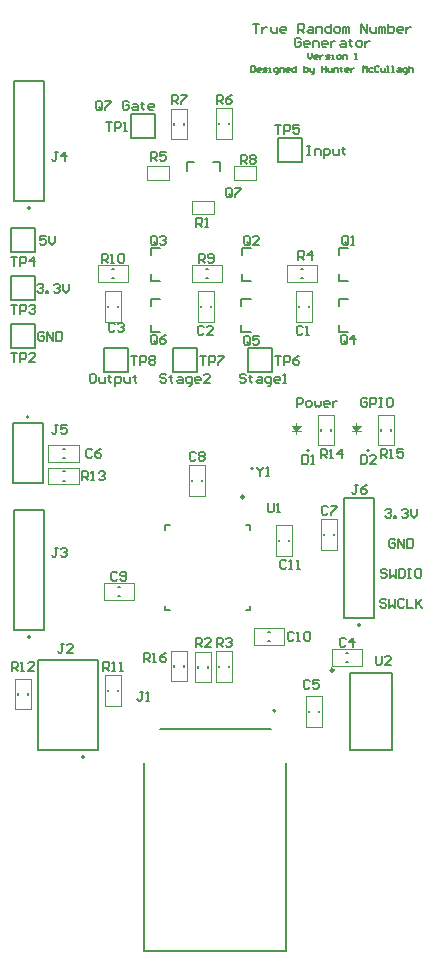
<source format=gto>
G04*
G04 #@! TF.GenerationSoftware,Altium Limited,Altium Designer,25.3.3 (18)*
G04*
G04 Layer_Color=65535*
%FSLAX25Y25*%
%MOIN*%
G70*
G04*
G04 #@! TF.SameCoordinates,C02AA0BD-ED60-40AF-A0AC-FC32A95D580F*
G04*
G04*
G04 #@! TF.FilePolarity,Positive*
G04*
G01*
G75*
%ADD10C,0.00787*%
%ADD11C,0.00984*%
%ADD12C,0.00500*%
%ADD13C,0.00300*%
%ADD14C,0.00800*%
%ADD15C,0.00200*%
G36*
X97000Y110547D02*
X98500Y112047D01*
X95500D01*
X96250Y111297D01*
X95500Y112047D01*
X96250Y111297D01*
X97000Y110547D01*
D02*
G37*
G36*
X117000Y110500D02*
X118500Y112000D01*
X115500D01*
X116250Y111250D01*
X115500Y112000D01*
X116250Y111250D01*
X117000Y110500D01*
D02*
G37*
D10*
X121394Y103913D02*
G03*
X121394Y103913I-394J0D01*
G01*
X101394Y103961D02*
G03*
X101394Y103961I-394J0D01*
G01*
X90079Y17221D02*
G03*
X90079Y17221I-394J0D01*
G01*
X79748Y88543D02*
G03*
X79748Y88543I-591J0D01*
G01*
X82693Y97929D02*
G03*
X82693Y97929I-394J0D01*
G01*
X26394Y1795D02*
G03*
X26394Y1795I-394J0D01*
G01*
X8394Y41795D02*
G03*
X8394Y41795I-394J0D01*
G01*
Y184795D02*
G03*
X8394Y184795I-394J0D01*
G01*
X118394Y45795D02*
G03*
X118394Y45795I-394J0D01*
G01*
X7894Y115205D02*
G03*
X7894Y115205I-394J0D01*
G01*
X51496Y11315D02*
X88504D01*
X46378Y-62701D02*
X93622D01*
Y-102D01*
X46378Y-62701D02*
Y-102D01*
X115100Y4195D02*
Y29805D01*
Y4195D02*
X128900D01*
Y29805D01*
X115100D02*
X128900D01*
D11*
X109520Y30779D02*
G03*
X109520Y30779I-492J0D01*
G01*
D12*
X81000Y130000D02*
Y138000D01*
X89000Y130000D02*
Y138000D01*
X81000D02*
X89000D01*
X81000Y130000D02*
X89000D01*
X71425Y31685D02*
Y32315D01*
X74575Y31685D02*
Y32315D01*
X64425Y31539D02*
Y32169D01*
X67575Y31539D02*
Y32169D01*
X34425Y151685D02*
Y152315D01*
X37575Y151685D02*
Y152315D01*
X35685Y161425D02*
X36315D01*
X35685Y164575D02*
X36315D01*
X98685Y161425D02*
X99315D01*
X98685Y164575D02*
X99315D01*
X71425Y212685D02*
Y213315D01*
X74575Y212685D02*
Y213315D01*
X59575Y212539D02*
Y213169D01*
X56425Y212539D02*
Y213169D01*
X66976Y161425D02*
X67606D01*
X66976Y164575D02*
X67606D01*
X42000Y208000D02*
X50000D01*
X42000Y216000D02*
X50000D01*
Y208000D02*
Y216000D01*
X42000Y208000D02*
Y216000D01*
X91000Y200000D02*
X99000D01*
X91000Y208000D02*
X99000D01*
Y200000D02*
Y208000D01*
X91000Y200000D02*
Y208000D01*
X56000Y130000D02*
X64000D01*
X56000Y138000D02*
X64000D01*
Y130000D02*
Y138000D01*
X56000Y130000D02*
Y138000D01*
X33000Y130000D02*
X41000D01*
X33000Y138000D02*
X41000D01*
Y130000D02*
Y138000D01*
X33000Y130000D02*
Y138000D01*
X98047Y151685D02*
Y152315D01*
X101197Y151685D02*
Y152315D01*
X65425Y151685D02*
Y152315D01*
X68575Y151685D02*
Y152315D01*
X81717Y50748D02*
Y52284D01*
X80181Y50748D02*
X81717D01*
X53370D02*
X54905D01*
X53370D02*
Y52284D01*
Y77559D02*
Y79094D01*
X54905D01*
X80181D02*
X81717D01*
Y77559D02*
Y79094D01*
X113685Y36575D02*
X114315D01*
X113685Y33425D02*
X114315D01*
X104575Y16685D02*
Y17315D01*
X101425Y16685D02*
Y17315D01*
X19185Y101425D02*
X19815D01*
X19185Y104575D02*
X19815D01*
X106425Y75685D02*
Y76315D01*
X109575Y75685D02*
Y76315D01*
X65575Y93685D02*
Y94315D01*
X62425Y93685D02*
Y94315D01*
X37685Y58575D02*
X38315D01*
X37685Y55425D02*
X38315D01*
X87685Y40425D02*
X88315D01*
X87685Y43575D02*
X88315D01*
X91425Y73685D02*
Y74315D01*
X94575Y73685D02*
Y74315D01*
X37575Y23685D02*
Y24315D01*
X34425Y23685D02*
Y24315D01*
X4425Y22539D02*
Y23169D01*
X7575Y22539D02*
Y23169D01*
X19185Y97075D02*
X19815D01*
X19185Y93925D02*
X19815D01*
X105425Y110539D02*
Y111169D01*
X108575Y110539D02*
Y111169D01*
X125425Y110539D02*
Y111169D01*
X128575Y110539D02*
Y111169D01*
X59575Y31831D02*
Y32461D01*
X56425Y31831D02*
Y32461D01*
X2000Y138000D02*
X10000D01*
X2000Y146000D02*
X10000D01*
Y138000D02*
Y146000D01*
X2000Y138000D02*
Y146000D01*
Y154000D02*
X10000D01*
X2000Y162000D02*
X10000D01*
Y154000D02*
Y162000D01*
X2000Y154000D02*
Y162000D01*
Y170000D02*
X10000D01*
X2000Y178000D02*
X10000D01*
Y170000D02*
Y178000D01*
X2000Y170000D02*
Y178000D01*
X11000Y4000D02*
X31000D01*
Y34000D01*
X11000D02*
X31000D01*
X11000Y4000D02*
Y34000D01*
X3000Y44000D02*
X13000D01*
Y84000D01*
X3000D02*
X13000D01*
X3000Y44000D02*
Y84000D01*
Y187000D02*
X13000D01*
Y227000D01*
X3000D02*
X13000D01*
X3000Y187000D02*
Y227000D01*
X113000Y48000D02*
X123000D01*
Y88000D01*
X113000D02*
X123000D01*
X113000Y48000D02*
Y88000D01*
X2500Y113000D02*
X12500D01*
X2500Y93000D02*
Y113000D01*
Y93000D02*
X12500D01*
Y113000D01*
X130001Y73999D02*
X129501Y74499D01*
X128501D01*
X128001Y73999D01*
Y72000D01*
X128501Y71500D01*
X129501D01*
X130001Y72000D01*
Y73000D01*
X129001D01*
X131000Y71500D02*
Y74499D01*
X133000Y71500D01*
Y74499D01*
X133999D02*
Y71500D01*
X135499D01*
X135999Y72000D01*
Y73999D01*
X135499Y74499D01*
X133999D01*
X29752Y129499D02*
X28752D01*
X28253Y128999D01*
Y126999D01*
X28752Y126500D01*
X29752D01*
X30252Y126999D01*
Y128999D01*
X29752Y129499D01*
X31251Y128499D02*
Y126999D01*
X31751Y126500D01*
X33251D01*
Y128499D01*
X34750Y128999D02*
Y128499D01*
X34251D01*
X35250D01*
X34750D01*
Y126999D01*
X35250Y126500D01*
X36750Y125500D02*
Y128499D01*
X38249D01*
X38749Y127999D01*
Y126999D01*
X38249Y126500D01*
X36750D01*
X39749Y128499D02*
Y126999D01*
X40249Y126500D01*
X41748D01*
Y128499D01*
X43248Y128999D02*
Y128499D01*
X42748D01*
X43747D01*
X43248D01*
Y126999D01*
X43747Y126500D01*
X120751Y120999D02*
X120251Y121499D01*
X119252D01*
X118752Y120999D01*
Y119000D01*
X119252Y118500D01*
X120251D01*
X120751Y119000D01*
Y120000D01*
X119751D01*
X121751Y118500D02*
Y121499D01*
X123250D01*
X123750Y120999D01*
Y120000D01*
X123250Y119500D01*
X121751D01*
X124750Y121499D02*
X125749D01*
X125250D01*
Y118500D01*
X124750D01*
X125749D01*
X128749Y121499D02*
X127749D01*
X127249Y120999D01*
Y119000D01*
X127749Y118500D01*
X128749D01*
X129248Y119000D01*
Y120999D01*
X128749Y121499D01*
X13001Y142999D02*
X12501Y143499D01*
X11501D01*
X11001Y142999D01*
Y141000D01*
X11501Y140500D01*
X12501D01*
X13001Y141000D01*
Y141999D01*
X12001D01*
X14000Y140500D02*
Y143499D01*
X16000Y140500D01*
Y143499D01*
X16999D02*
Y140500D01*
X18499D01*
X18999Y141000D01*
Y142999D01*
X18499Y143499D01*
X16999D01*
X127252Y63999D02*
X126752Y64499D01*
X125752D01*
X125252Y63999D01*
Y63499D01*
X125752Y62999D01*
X126752D01*
X127252Y62500D01*
Y62000D01*
X126752Y61500D01*
X125752D01*
X125252Y62000D01*
X128251Y64499D02*
Y61500D01*
X129251Y62500D01*
X130251Y61500D01*
Y64499D01*
X131250D02*
Y61500D01*
X132750D01*
X133250Y62000D01*
Y63999D01*
X132750Y64499D01*
X131250D01*
X134249D02*
X135249D01*
X134749D01*
Y61500D01*
X134249D01*
X135249D01*
X138248Y64499D02*
X137248D01*
X136749Y63999D01*
Y62000D01*
X137248Y61500D01*
X138248D01*
X138748Y62000D01*
Y63999D01*
X138248Y64499D01*
X80252Y128999D02*
X79752Y129499D01*
X78752D01*
X78253Y128999D01*
Y128499D01*
X78752Y127999D01*
X79752D01*
X80252Y127499D01*
Y126999D01*
X79752Y126500D01*
X78752D01*
X78253Y126999D01*
X81751Y128999D02*
Y128499D01*
X81252D01*
X82251D01*
X81751D01*
Y126999D01*
X82251Y126500D01*
X84251Y128499D02*
X85250D01*
X85750Y127999D01*
Y126500D01*
X84251D01*
X83751Y126999D01*
X84251Y127499D01*
X85750D01*
X87749Y125500D02*
X88249D01*
X88749Y126000D01*
Y128499D01*
X87250D01*
X86750Y127999D01*
Y126999D01*
X87250Y126500D01*
X88749D01*
X91248D02*
X90249D01*
X89749Y126999D01*
Y127999D01*
X90249Y128499D01*
X91248D01*
X91748Y127999D01*
Y127499D01*
X89749D01*
X92748Y126500D02*
X93748D01*
X93248D01*
Y129499D01*
X92748Y128999D01*
X82758Y246298D02*
X84758D01*
X83758D01*
Y243299D01*
X85757Y245298D02*
Y243299D01*
Y244299D01*
X86257Y244798D01*
X86757Y245298D01*
X87257D01*
X88757D02*
Y243799D01*
X89256Y243299D01*
X90756D01*
Y245298D01*
X93255Y243299D02*
X92255D01*
X91756Y243799D01*
Y244798D01*
X92255Y245298D01*
X93255D01*
X93755Y244798D01*
Y244299D01*
X91756D01*
X97754Y243299D02*
Y246298D01*
X99253D01*
X99753Y245798D01*
Y244798D01*
X99253Y244299D01*
X97754D01*
X98753D02*
X99753Y243299D01*
X101252Y245298D02*
X102252D01*
X102752Y244798D01*
Y243299D01*
X101252D01*
X100753Y243799D01*
X101252Y244299D01*
X102752D01*
X103752Y243299D02*
Y245298D01*
X105251D01*
X105751Y244798D01*
Y243299D01*
X108750Y246298D02*
Y243299D01*
X107251D01*
X106751Y243799D01*
Y244798D01*
X107251Y245298D01*
X108750D01*
X110250Y243299D02*
X111249D01*
X111749Y243799D01*
Y244798D01*
X111249Y245298D01*
X110250D01*
X109750Y244798D01*
Y243799D01*
X110250Y243299D01*
X112749D02*
Y245298D01*
X113249D01*
X113749Y244798D01*
Y243299D01*
Y244798D01*
X114248Y245298D01*
X114748Y244798D01*
Y243299D01*
X118747D02*
Y246298D01*
X120746Y243299D01*
Y246298D01*
X121746Y245298D02*
Y243799D01*
X122246Y243299D01*
X123745D01*
Y245298D01*
X124745Y243299D02*
Y245298D01*
X125245D01*
X125745Y244798D01*
Y243299D01*
Y244798D01*
X126244Y245298D01*
X126744Y244798D01*
Y243299D01*
X127744Y246298D02*
Y243299D01*
X129244D01*
X129743Y243799D01*
Y244299D01*
Y244798D01*
X129244Y245298D01*
X127744D01*
X132243Y243299D02*
X131243D01*
X130743Y243799D01*
Y244798D01*
X131243Y245298D01*
X132243D01*
X132742Y244798D01*
Y244299D01*
X130743D01*
X133742Y245298D02*
Y243299D01*
Y244299D01*
X134242Y244798D01*
X134742Y245298D01*
X135241D01*
X98503Y240999D02*
X98004Y241499D01*
X97004D01*
X96504Y240999D01*
Y239000D01*
X97004Y238500D01*
X98004D01*
X98503Y239000D01*
Y240000D01*
X97504D01*
X101003Y238500D02*
X100003D01*
X99503Y239000D01*
Y240000D01*
X100003Y240499D01*
X101003D01*
X101502Y240000D01*
Y239500D01*
X99503D01*
X102502Y238500D02*
Y240499D01*
X104002D01*
X104501Y240000D01*
Y238500D01*
X107001D02*
X106001D01*
X105501Y239000D01*
Y240000D01*
X106001Y240499D01*
X107001D01*
X107501Y240000D01*
Y239500D01*
X105501D01*
X108500Y240499D02*
Y238500D01*
Y239500D01*
X109000Y240000D01*
X109500Y240499D01*
X110000D01*
X111999D02*
X112999D01*
X113498Y240000D01*
Y238500D01*
X111999D01*
X111499Y239000D01*
X111999Y239500D01*
X113498D01*
X114998Y240999D02*
Y240499D01*
X114498D01*
X115498D01*
X114998D01*
Y239000D01*
X115498Y238500D01*
X117497D02*
X118497D01*
X118997Y239000D01*
Y240000D01*
X118497Y240499D01*
X117497D01*
X116997Y240000D01*
Y239000D01*
X117497Y238500D01*
X119996Y240499D02*
Y238500D01*
Y239500D01*
X120496Y240000D01*
X120996Y240499D01*
X121496D01*
X100836Y236499D02*
Y235166D01*
X101502Y234500D01*
X102169Y235166D01*
Y236499D01*
X103835Y234500D02*
X103169D01*
X102835Y234833D01*
Y235500D01*
X103169Y235833D01*
X103835D01*
X104168Y235500D01*
Y235166D01*
X102835D01*
X104835Y235833D02*
Y234500D01*
Y235166D01*
X105168Y235500D01*
X105501Y235833D01*
X105834D01*
X106834Y234500D02*
X107834D01*
X108167Y234833D01*
X107834Y235166D01*
X107167D01*
X106834Y235500D01*
X107167Y235833D01*
X108167D01*
X108833Y234500D02*
X109500D01*
X109167D01*
Y235833D01*
X108833D01*
X110833Y234500D02*
X111499D01*
X111832Y234833D01*
Y235500D01*
X111499Y235833D01*
X110833D01*
X110500Y235500D01*
Y234833D01*
X110833Y234500D01*
X112499D02*
Y235833D01*
X113499D01*
X113832Y235500D01*
Y234500D01*
X116498D02*
X117164D01*
X116831D01*
Y236499D01*
X116498Y236166D01*
X82009Y232166D02*
Y230166D01*
X83008D01*
X83342Y230500D01*
Y231833D01*
X83008Y232166D01*
X82009D01*
X85008Y230166D02*
X84341D01*
X84008Y230500D01*
Y231166D01*
X84341Y231499D01*
X85008D01*
X85341Y231166D01*
Y230833D01*
X84008D01*
X86007Y230166D02*
X87007D01*
X87340Y230500D01*
X87007Y230833D01*
X86341D01*
X86007Y231166D01*
X86341Y231499D01*
X87340D01*
X88007Y230166D02*
X88673D01*
X88340D01*
Y231499D01*
X88007D01*
X90339Y229500D02*
X90673D01*
X91006Y229833D01*
Y231499D01*
X90006D01*
X89673Y231166D01*
Y230500D01*
X90006Y230166D01*
X91006D01*
X91672D02*
Y231499D01*
X92672D01*
X93005Y231166D01*
Y230166D01*
X94671D02*
X94005D01*
X93672Y230500D01*
Y231166D01*
X94005Y231499D01*
X94671D01*
X95004Y231166D01*
Y230833D01*
X93672D01*
X97004Y232166D02*
Y230166D01*
X96004D01*
X95671Y230500D01*
Y231166D01*
X96004Y231499D01*
X97004D01*
X99670Y232166D02*
Y230166D01*
X100669D01*
X101003Y230500D01*
Y230833D01*
Y231166D01*
X100669Y231499D01*
X99670D01*
X101669D02*
Y230500D01*
X102002Y230166D01*
X103002D01*
Y229833D01*
X102669Y229500D01*
X102336D01*
X103002Y230166D02*
Y231499D01*
X105668Y232166D02*
Y230166D01*
Y231166D01*
X107001D01*
Y232166D01*
Y230166D01*
X107667Y231499D02*
Y230500D01*
X108000Y230166D01*
X109000D01*
Y231499D01*
X109667Y230166D02*
Y231499D01*
X110666D01*
X110999Y231166D01*
Y230166D01*
X111999Y231833D02*
Y231499D01*
X111666D01*
X112332D01*
X111999D01*
Y230500D01*
X112332Y230166D01*
X114332D02*
X113665D01*
X113332Y230500D01*
Y231166D01*
X113665Y231499D01*
X114332D01*
X114665Y231166D01*
Y230833D01*
X113332D01*
X115331Y231499D02*
Y230166D01*
Y230833D01*
X115665Y231166D01*
X115998Y231499D01*
X116331D01*
X119330Y230166D02*
Y232166D01*
X119996Y231499D01*
X120663Y232166D01*
Y230166D01*
X122662Y231499D02*
X121663D01*
X121329Y231166D01*
Y230500D01*
X121663Y230166D01*
X122662D01*
X124662Y231833D02*
X124328Y232166D01*
X123662D01*
X123329Y231833D01*
Y230500D01*
X123662Y230166D01*
X124328D01*
X124662Y230500D01*
X125328Y231499D02*
Y230500D01*
X125661Y230166D01*
X126661D01*
Y231499D01*
X127327Y230166D02*
X127994D01*
X127661D01*
Y232166D01*
X127327D01*
X128993Y230166D02*
X129660D01*
X129327D01*
Y232166D01*
X128993D01*
X130993Y231499D02*
X131659D01*
X131992Y231166D01*
Y230166D01*
X130993D01*
X130660Y230500D01*
X130993Y230833D01*
X131992D01*
X133325Y229500D02*
X133659D01*
X133992Y229833D01*
Y231499D01*
X132992D01*
X132659Y231166D01*
Y230500D01*
X132992Y230166D01*
X133992D01*
X134658Y232166D02*
Y230166D01*
Y231166D01*
X134992Y231499D01*
X135658D01*
X135991Y231166D01*
Y230166D01*
X126752Y83999D02*
X127252Y84499D01*
X128251D01*
X128751Y83999D01*
Y83499D01*
X128251Y82999D01*
X127751D01*
X128251D01*
X128751Y82500D01*
Y82000D01*
X128251Y81500D01*
X127252D01*
X126752Y82000D01*
X129751Y81500D02*
Y82000D01*
X130251D01*
Y81500D01*
X129751D01*
X132250Y83999D02*
X132750Y84499D01*
X133749D01*
X134249Y83999D01*
Y83499D01*
X133749Y82999D01*
X133250D01*
X133749D01*
X134249Y82500D01*
Y82000D01*
X133749Y81500D01*
X132750D01*
X132250Y82000D01*
X135249Y84499D02*
Y82500D01*
X136249Y81500D01*
X137248Y82500D01*
Y84499D01*
X100752Y205499D02*
X101752D01*
X101252D01*
Y202500D01*
X100752D01*
X101752D01*
X103251D02*
Y204499D01*
X104751D01*
X105251Y203999D01*
Y202500D01*
X106250Y201500D02*
Y204499D01*
X107750D01*
X108250Y203999D01*
Y202999D01*
X107750Y202500D01*
X106250D01*
X109249Y204499D02*
Y202999D01*
X109749Y202500D01*
X111249D01*
Y204499D01*
X112748Y204999D02*
Y204499D01*
X112248D01*
X113248D01*
X112748D01*
Y202999D01*
X113248Y202500D01*
X10752Y158999D02*
X11252Y159499D01*
X12251D01*
X12751Y158999D01*
Y158499D01*
X12251Y158000D01*
X11751D01*
X12251D01*
X12751Y157500D01*
Y157000D01*
X12251Y156500D01*
X11252D01*
X10752Y157000D01*
X13751Y156500D02*
Y157000D01*
X14251D01*
Y156500D01*
X13751D01*
X16250Y158999D02*
X16750Y159499D01*
X17749D01*
X18249Y158999D01*
Y158499D01*
X17749Y158000D01*
X17250D01*
X17749D01*
X18249Y157500D01*
Y157000D01*
X17749Y156500D01*
X16750D01*
X16250Y157000D01*
X19249Y159499D02*
Y157500D01*
X20249Y156500D01*
X21248Y157500D01*
Y159499D01*
X53752Y128999D02*
X53252Y129499D01*
X52253D01*
X51753Y128999D01*
Y128499D01*
X52253Y127999D01*
X53252D01*
X53752Y127499D01*
Y126999D01*
X53252Y126500D01*
X52253D01*
X51753Y126999D01*
X55251Y128999D02*
Y128499D01*
X54752D01*
X55751D01*
X55251D01*
Y126999D01*
X55751Y126500D01*
X57751Y128499D02*
X58750D01*
X59250Y127999D01*
Y126500D01*
X57751D01*
X57251Y126999D01*
X57751Y127499D01*
X59250D01*
X61250Y125500D02*
X61749D01*
X62249Y126000D01*
Y128499D01*
X60750D01*
X60250Y127999D01*
Y126999D01*
X60750Y126500D01*
X62249D01*
X64749D02*
X63749D01*
X63249Y126999D01*
Y127999D01*
X63749Y128499D01*
X64749D01*
X65248Y127999D01*
Y127499D01*
X63249D01*
X68247Y126500D02*
X66248D01*
X68247Y128499D01*
Y128999D01*
X67747Y129499D01*
X66748D01*
X66248Y128999D01*
X97252Y118500D02*
Y121499D01*
X98752D01*
X99252Y120999D01*
Y120000D01*
X98752Y119500D01*
X97252D01*
X100751Y118500D02*
X101751D01*
X102251Y119000D01*
Y120000D01*
X101751Y120499D01*
X100751D01*
X100251Y120000D01*
Y119000D01*
X100751Y118500D01*
X103250Y120499D02*
Y119000D01*
X103750Y118500D01*
X104250Y119000D01*
X104750Y118500D01*
X105250Y119000D01*
Y120499D01*
X107749Y118500D02*
X106749D01*
X106249Y119000D01*
Y120000D01*
X106749Y120499D01*
X107749D01*
X108249Y120000D01*
Y119500D01*
X106249D01*
X109248Y120499D02*
Y118500D01*
Y119500D01*
X109748Y120000D01*
X110248Y120499D01*
X110748D01*
X32252Y218000D02*
Y219999D01*
X31753Y220499D01*
X30753D01*
X30253Y219999D01*
Y218000D01*
X30753Y217500D01*
X31753D01*
X31253Y218500D02*
X32252Y217500D01*
X31753D02*
X32252Y218000D01*
X33252Y220499D02*
X35252D01*
Y219999D01*
X33252Y218000D01*
Y217500D01*
X41250Y219999D02*
X40750Y220499D01*
X39750D01*
X39250Y219999D01*
Y218000D01*
X39750Y217500D01*
X40750D01*
X41250Y218000D01*
Y219000D01*
X40250D01*
X42749Y219499D02*
X43749D01*
X44249Y219000D01*
Y217500D01*
X42749D01*
X42249Y218000D01*
X42749Y218500D01*
X44249D01*
X45748Y219999D02*
Y219499D01*
X45248D01*
X46248D01*
X45748D01*
Y218000D01*
X46248Y217500D01*
X49247D02*
X48247D01*
X47747Y218000D01*
Y219000D01*
X48247Y219499D01*
X49247D01*
X49747Y219000D01*
Y218500D01*
X47747D01*
X13500Y175499D02*
X11501D01*
Y174000D01*
X12501Y174499D01*
X13000D01*
X13500Y174000D01*
Y173000D01*
X13000Y172500D01*
X12001D01*
X11501Y173000D01*
X14500Y175499D02*
Y173500D01*
X15499Y172500D01*
X16499Y173500D01*
Y175499D01*
X127002Y53999D02*
X126502Y54499D01*
X125502D01*
X125002Y53999D01*
Y53499D01*
X125502Y53000D01*
X126502D01*
X127002Y52500D01*
Y52000D01*
X126502Y51500D01*
X125502D01*
X125002Y52000D01*
X128001Y54499D02*
Y51500D01*
X129001Y52500D01*
X130001Y51500D01*
Y54499D01*
X133000Y53999D02*
X132500Y54499D01*
X131500D01*
X131000Y53999D01*
Y52000D01*
X131500Y51500D01*
X132500D01*
X133000Y52000D01*
X133999Y54499D02*
Y51500D01*
X135999D01*
X136998Y54499D02*
Y51500D01*
Y52500D01*
X138998Y54499D01*
X137498Y53000D01*
X138998Y51500D01*
X118501Y102499D02*
Y99501D01*
X120000D01*
X120500Y100000D01*
Y102000D01*
X120000Y102499D01*
X118501D01*
X123499Y99501D02*
X121500D01*
X123499Y101500D01*
Y102000D01*
X122999Y102499D01*
X122000D01*
X121500Y102000D01*
X99001Y102499D02*
Y99501D01*
X100500D01*
X101000Y100000D01*
Y102000D01*
X100500Y102499D01*
X99001D01*
X102000Y99501D02*
X102999D01*
X102499D01*
Y102499D01*
X102000Y102000D01*
X36500Y146000D02*
X36000Y146500D01*
X35001D01*
X34501Y146000D01*
Y144000D01*
X35001Y143500D01*
X36000D01*
X36500Y144000D01*
X37500Y146000D02*
X38000Y146500D01*
X38999D01*
X39499Y146000D01*
Y145500D01*
X38999Y145000D01*
X38500D01*
X38999D01*
X39499Y144500D01*
Y144000D01*
X38999Y143500D01*
X38000D01*
X37500Y144000D01*
X66209Y145000D02*
X65709Y145500D01*
X64709D01*
X64210Y145000D01*
Y143000D01*
X64709Y142500D01*
X65709D01*
X66209Y143000D01*
X69208Y142500D02*
X67208D01*
X69208Y144500D01*
Y145000D01*
X68708Y145500D01*
X67708D01*
X67208Y145000D01*
X99291D02*
X98791Y145500D01*
X97792D01*
X97292Y145000D01*
Y143000D01*
X97792Y142500D01*
X98791D01*
X99291Y143000D01*
X100291Y142500D02*
X101291D01*
X100791D01*
Y145500D01*
X100291Y145000D01*
X84001Y98500D02*
Y98000D01*
X85000Y97000D01*
X86000Y98000D01*
Y98500D01*
X85000Y97000D02*
Y95500D01*
X87000D02*
X87999D01*
X87499D01*
Y98500D01*
X87000Y98000D01*
X123501Y35500D02*
Y33000D01*
X124001Y32500D01*
X125000D01*
X125500Y33000D01*
Y35500D01*
X128499Y32500D02*
X126500D01*
X128499Y34500D01*
Y35000D01*
X127999Y35500D01*
X127000D01*
X126500Y35000D01*
X87544Y86421D02*
Y83922D01*
X88044Y83422D01*
X89043D01*
X89543Y83922D01*
Y86421D01*
X90543Y83422D02*
X91543D01*
X91043D01*
Y86421D01*
X90543Y85921D01*
X42001Y135500D02*
X44001D01*
X43001D01*
Y132501D01*
X45000D02*
Y135500D01*
X46500D01*
X47000Y135000D01*
Y134000D01*
X46500Y133500D01*
X45000D01*
X47999Y135000D02*
X48499Y135500D01*
X49499D01*
X49999Y135000D01*
Y134500D01*
X49499Y134000D01*
X49999Y133500D01*
Y133000D01*
X49499Y132501D01*
X48499D01*
X47999Y133000D01*
Y133500D01*
X48499Y134000D01*
X47999Y134500D01*
Y135000D01*
X48499Y134000D02*
X49499D01*
X65001Y135500D02*
X67001D01*
X66001D01*
Y132501D01*
X68000D02*
Y135500D01*
X69500D01*
X70000Y135000D01*
Y134000D01*
X69500Y133500D01*
X68000D01*
X70999Y135500D02*
X72999D01*
Y135000D01*
X70999Y133000D01*
Y132501D01*
X90001Y135500D02*
X92001D01*
X91001D01*
Y132501D01*
X93000D02*
Y135500D01*
X94500D01*
X95000Y135000D01*
Y134000D01*
X94500Y133500D01*
X93000D01*
X97999Y135500D02*
X96999Y135000D01*
X95999Y134000D01*
Y133000D01*
X96499Y132501D01*
X97499D01*
X97999Y133000D01*
Y133500D01*
X97499Y134000D01*
X95999D01*
X90001Y212499D02*
X92001D01*
X91001D01*
Y209501D01*
X93000D02*
Y212499D01*
X94500D01*
X95000Y212000D01*
Y211000D01*
X94500Y210500D01*
X93000D01*
X97999Y212499D02*
X95999D01*
Y211000D01*
X96999Y211500D01*
X97499D01*
X97999Y211000D01*
Y210000D01*
X97499Y209501D01*
X96499D01*
X95999Y210000D01*
X2001Y168500D02*
X4001D01*
X3001D01*
Y165500D01*
X5000D02*
Y168500D01*
X6500D01*
X7000Y168000D01*
Y167000D01*
X6500Y166500D01*
X5000D01*
X9499Y165500D02*
Y168500D01*
X7999Y167000D01*
X9999D01*
X2001Y152499D02*
X4001D01*
X3001D01*
Y149501D01*
X5000D02*
Y152499D01*
X6500D01*
X7000Y152000D01*
Y151000D01*
X6500Y150500D01*
X5000D01*
X7999Y152000D02*
X8499Y152499D01*
X9499D01*
X9999Y152000D01*
Y151500D01*
X9499Y151000D01*
X8999D01*
X9499D01*
X9999Y150500D01*
Y150000D01*
X9499Y149501D01*
X8499D01*
X7999Y150000D01*
X2001Y136500D02*
X4001D01*
X3001D01*
Y133501D01*
X5000D02*
Y136500D01*
X6500D01*
X7000Y136000D01*
Y135000D01*
X6500Y134500D01*
X5000D01*
X9999Y133501D02*
X7999D01*
X9999Y135500D01*
Y136000D01*
X9499Y136500D01*
X8499D01*
X7999Y136000D01*
X33501Y213499D02*
X35500D01*
X34501D01*
Y210501D01*
X36500D02*
Y213499D01*
X38000D01*
X38500Y213000D01*
Y212000D01*
X38000Y211500D01*
X36500D01*
X39499Y210501D02*
X40499D01*
X39999D01*
Y213499D01*
X39499Y213000D01*
X46251Y33646D02*
Y36645D01*
X47751D01*
X48251Y36145D01*
Y35146D01*
X47751Y34646D01*
X46251D01*
X47251D02*
X48251Y33646D01*
X49250D02*
X50250D01*
X49750D01*
Y36645D01*
X49250Y36145D01*
X53749Y36645D02*
X52749Y36145D01*
X51749Y35146D01*
Y34146D01*
X52249Y33646D01*
X53249D01*
X53749Y34146D01*
Y34646D01*
X53249Y35146D01*
X51749D01*
X125251Y101500D02*
Y104499D01*
X126751D01*
X127251Y104000D01*
Y103000D01*
X126751Y102500D01*
X125251D01*
X126251D02*
X127251Y101500D01*
X128250D02*
X129250D01*
X128750D01*
Y104499D01*
X128250Y104000D01*
X132749Y104499D02*
X130749D01*
Y103000D01*
X131749Y103500D01*
X132249D01*
X132749Y103000D01*
Y102000D01*
X132249Y101500D01*
X131249D01*
X130749Y102000D01*
X105251Y101355D02*
Y104354D01*
X106751D01*
X107251Y103854D01*
Y102854D01*
X106751Y102355D01*
X105251D01*
X106251D02*
X107251Y101355D01*
X108250D02*
X109250D01*
X108750D01*
Y104354D01*
X108250Y103854D01*
X112249Y101355D02*
Y104354D01*
X110749Y102854D01*
X112749D01*
X25751Y94001D02*
Y97000D01*
X27251D01*
X27751Y96500D01*
Y95500D01*
X27251Y95000D01*
X25751D01*
X26751D02*
X27751Y94001D01*
X28750D02*
X29750D01*
X29250D01*
Y97000D01*
X28750Y96500D01*
X31249D02*
X31749Y97000D01*
X32749D01*
X33249Y96500D01*
Y96000D01*
X32749Y95500D01*
X32249D01*
X32749D01*
X33249Y95000D01*
Y94500D01*
X32749Y94001D01*
X31749D01*
X31249Y94500D01*
X2251Y30501D02*
Y33500D01*
X3751D01*
X4251Y33000D01*
Y32000D01*
X3751Y31500D01*
X2251D01*
X3251D02*
X4251Y30501D01*
X5250D02*
X6250D01*
X5750D01*
Y33500D01*
X5250Y33000D01*
X9749Y30501D02*
X7749D01*
X9749Y32500D01*
Y33000D01*
X9249Y33500D01*
X8249D01*
X7749Y33000D01*
X32751Y30501D02*
Y33500D01*
X34251D01*
X34750Y33000D01*
Y32000D01*
X34251Y31500D01*
X32751D01*
X33751D02*
X34750Y30501D01*
X35750D02*
X36750D01*
X36250D01*
Y33500D01*
X35750Y33000D01*
X38249Y30501D02*
X39249D01*
X38749D01*
Y33500D01*
X38249Y33000D01*
X32251Y166500D02*
Y169500D01*
X33751D01*
X34251Y169000D01*
Y168000D01*
X33751Y167500D01*
X32251D01*
X33251D02*
X34251Y166500D01*
X35250D02*
X36250D01*
X35750D01*
Y169500D01*
X35250Y169000D01*
X37749D02*
X38249Y169500D01*
X39249D01*
X39749Y169000D01*
Y167000D01*
X39249Y166500D01*
X38249D01*
X37749Y167000D01*
Y169000D01*
X64501Y166500D02*
Y169500D01*
X66000D01*
X66500Y169000D01*
Y168000D01*
X66000Y167500D01*
X64501D01*
X65500D02*
X66500Y166500D01*
X67500Y167000D02*
X68000Y166500D01*
X68999D01*
X69499Y167000D01*
Y169000D01*
X68999Y169500D01*
X68000D01*
X67500Y169000D01*
Y168500D01*
X68000Y168000D01*
X69499D01*
X78501Y199501D02*
Y202500D01*
X80000D01*
X80500Y202000D01*
Y201000D01*
X80000Y200500D01*
X78501D01*
X79501D02*
X80500Y199501D01*
X81500Y202000D02*
X82000Y202500D01*
X82999D01*
X83499Y202000D01*
Y201500D01*
X82999Y201000D01*
X83499Y200500D01*
Y200000D01*
X82999Y199501D01*
X82000D01*
X81500Y200000D01*
Y200500D01*
X82000Y201000D01*
X81500Y201500D01*
Y202000D01*
X82000Y201000D02*
X82999D01*
X55501Y219500D02*
Y222499D01*
X57000D01*
X57500Y222000D01*
Y221000D01*
X57000Y220500D01*
X55501D01*
X56501D02*
X57500Y219500D01*
X58500Y222499D02*
X60499D01*
Y222000D01*
X58500Y220000D01*
Y219500D01*
X70501D02*
Y222499D01*
X72000D01*
X72500Y222000D01*
Y221000D01*
X72000Y220500D01*
X70501D01*
X71500D02*
X72500Y219500D01*
X75499Y222499D02*
X74499Y222000D01*
X73500Y221000D01*
Y220000D01*
X74000Y219500D01*
X74999D01*
X75499Y220000D01*
Y220500D01*
X74999Y221000D01*
X73500D01*
X48501Y200500D02*
Y203500D01*
X50000D01*
X50500Y203000D01*
Y202000D01*
X50000Y201500D01*
X48501D01*
X49501D02*
X50500Y200500D01*
X53499Y203500D02*
X51500D01*
Y202000D01*
X52500Y202500D01*
X52999D01*
X53499Y202000D01*
Y201000D01*
X52999Y200500D01*
X52000D01*
X51500Y201000D01*
X97646Y167500D02*
Y170500D01*
X99146D01*
X99646Y170000D01*
Y169000D01*
X99146Y168500D01*
X97646D01*
X98646D02*
X99646Y167500D01*
X102145D02*
Y170500D01*
X100645Y169000D01*
X102645D01*
X70501Y38500D02*
Y41500D01*
X72000D01*
X72500Y41000D01*
Y40000D01*
X72000Y39500D01*
X70501D01*
X71500D02*
X72500Y38500D01*
X73500Y41000D02*
X74000Y41500D01*
X74999D01*
X75499Y41000D01*
Y40500D01*
X74999Y40000D01*
X74499D01*
X74999D01*
X75499Y39500D01*
Y39000D01*
X74999Y38500D01*
X74000D01*
X73500Y39000D01*
X63501Y38500D02*
Y41500D01*
X65000D01*
X65500Y41000D01*
Y40000D01*
X65000Y39500D01*
X63501D01*
X64500D02*
X65500Y38500D01*
X68499D02*
X66500D01*
X68499Y40500D01*
Y41000D01*
X67999Y41500D01*
X67000D01*
X66500Y41000D01*
X63792Y178500D02*
Y181500D01*
X65292D01*
X65791Y181000D01*
Y180000D01*
X65292Y179500D01*
X63792D01*
X64792D02*
X65791Y178500D01*
X66791D02*
X67791D01*
X67291D01*
Y181500D01*
X66791Y181000D01*
X75500Y189000D02*
Y191000D01*
X75000Y191499D01*
X74001D01*
X73501Y191000D01*
Y189000D01*
X74001Y188500D01*
X75000D01*
X74501Y189500D02*
X75500Y188500D01*
X75000D02*
X75500Y189000D01*
X76500Y191499D02*
X78499D01*
Y191000D01*
X76500Y189000D01*
Y188500D01*
X50500Y140000D02*
Y142000D01*
X50000Y142499D01*
X49001D01*
X48501Y142000D01*
Y140000D01*
X49001Y139500D01*
X50000D01*
X49501Y140500D02*
X50500Y139500D01*
X50000D02*
X50500Y140000D01*
X53499Y142499D02*
X52500Y142000D01*
X51500Y141000D01*
Y140000D01*
X52000Y139500D01*
X52999D01*
X53499Y140000D01*
Y140500D01*
X52999Y141000D01*
X51500D01*
X81500Y139741D02*
Y141740D01*
X81000Y142240D01*
X80001D01*
X79501Y141740D01*
Y139741D01*
X80001Y139241D01*
X81000D01*
X80501Y140240D02*
X81500Y139241D01*
X81000D02*
X81500Y139741D01*
X84499Y142240D02*
X82500D01*
Y140740D01*
X83499Y141240D01*
X83999D01*
X84499Y140740D01*
Y139741D01*
X83999Y139241D01*
X83000D01*
X82500Y139741D01*
X113878Y140000D02*
Y142000D01*
X113378Y142499D01*
X112379D01*
X111879Y142000D01*
Y140000D01*
X112379Y139500D01*
X113378D01*
X112878Y140500D02*
X113878Y139500D01*
X113378D02*
X113878Y140000D01*
X116377Y139500D02*
Y142499D01*
X114878Y141000D01*
X116877D01*
X50500Y173000D02*
Y175000D01*
X50000Y175499D01*
X49001D01*
X48501Y175000D01*
Y173000D01*
X49001Y172501D01*
X50000D01*
X49501Y173500D02*
X50500Y172501D01*
X50000D02*
X50500Y173000D01*
X51500Y175000D02*
X52000Y175499D01*
X52999D01*
X53499Y175000D01*
Y174500D01*
X52999Y174000D01*
X52500D01*
X52999D01*
X53499Y173500D01*
Y173000D01*
X52999Y172501D01*
X52000D01*
X51500Y173000D01*
X81500D02*
Y175000D01*
X81000Y175499D01*
X80001D01*
X79501Y175000D01*
Y173000D01*
X80001Y172501D01*
X81000D01*
X80501Y173500D02*
X81500Y172501D01*
X81000D02*
X81500Y173000D01*
X84499Y172501D02*
X82500D01*
X84499Y174500D01*
Y175000D01*
X83999Y175499D01*
X83000D01*
X82500Y175000D01*
X114378Y173000D02*
Y175000D01*
X113878Y175499D01*
X112878D01*
X112379Y175000D01*
Y173000D01*
X112878Y172501D01*
X113878D01*
X113378Y173500D02*
X114378Y172501D01*
X113878D02*
X114378Y173000D01*
X115378Y172501D02*
X116377D01*
X115877D01*
Y175499D01*
X115378Y175000D01*
X117500Y92500D02*
X116500D01*
X117000D01*
Y90000D01*
X116500Y89500D01*
X116001D01*
X115501Y90000D01*
X120499Y92500D02*
X119500Y92000D01*
X118500Y91000D01*
Y90000D01*
X119000Y89500D01*
X119999D01*
X120499Y90000D01*
Y90500D01*
X119999Y91000D01*
X118500D01*
X17500Y112499D02*
X16500D01*
X17000D01*
Y110000D01*
X16500Y109501D01*
X16001D01*
X15501Y110000D01*
X20499Y112499D02*
X18500D01*
Y111000D01*
X19500Y111500D01*
X19999D01*
X20499Y111000D01*
Y110000D01*
X19999Y109501D01*
X19000D01*
X18500Y110000D01*
X17500Y203500D02*
X16500D01*
X17000D01*
Y201000D01*
X16500Y200500D01*
X16001D01*
X15501Y201000D01*
X19999Y200500D02*
Y203500D01*
X18500Y202000D01*
X20499D01*
X17500Y71500D02*
X16500D01*
X17000D01*
Y69000D01*
X16500Y68501D01*
X16001D01*
X15501Y69000D01*
X18500Y71000D02*
X19000Y71500D01*
X19999D01*
X20499Y71000D01*
Y70500D01*
X19999Y70000D01*
X19500D01*
X19999D01*
X20499Y69500D01*
Y69000D01*
X19999Y68501D01*
X19000D01*
X18500Y69000D01*
X19500Y39500D02*
X18500D01*
X19000D01*
Y37000D01*
X18500Y36500D01*
X18001D01*
X17501Y37000D01*
X22499Y36500D02*
X20500D01*
X22499Y38500D01*
Y39000D01*
X21999Y39500D01*
X21000D01*
X20500Y39000D01*
X46000Y23499D02*
X45000D01*
X45500D01*
Y21000D01*
X45000Y20501D01*
X44500D01*
X44001Y21000D01*
X47000Y20501D02*
X47999D01*
X47499D01*
Y23499D01*
X47000Y23000D01*
X93750Y67000D02*
X93251Y67500D01*
X92251D01*
X91751Y67000D01*
Y65000D01*
X92251Y64500D01*
X93251D01*
X93750Y65000D01*
X94750Y64500D02*
X95750D01*
X95250D01*
Y67500D01*
X94750Y67000D01*
X97249Y64500D02*
X98249D01*
X97749D01*
Y67500D01*
X97249Y67000D01*
X96251Y43000D02*
X95751Y43499D01*
X94751D01*
X94251Y43000D01*
Y41000D01*
X94751Y40501D01*
X95751D01*
X96251Y41000D01*
X97250Y40501D02*
X98250D01*
X97750D01*
Y43499D01*
X97250Y43000D01*
X99749D02*
X100249Y43499D01*
X101249D01*
X101749Y43000D01*
Y41000D01*
X101249Y40501D01*
X100249D01*
X99749Y41000D01*
Y43000D01*
X37354Y63000D02*
X36855Y63499D01*
X35855D01*
X35355Y63000D01*
Y61000D01*
X35855Y60501D01*
X36855D01*
X37354Y61000D01*
X38354D02*
X38854Y60501D01*
X39854D01*
X40354Y61000D01*
Y63000D01*
X39854Y63499D01*
X38854D01*
X38354Y63000D01*
Y62500D01*
X38854Y62000D01*
X40354D01*
X63500Y103000D02*
X63000Y103499D01*
X62001D01*
X61501Y103000D01*
Y101000D01*
X62001Y100501D01*
X63000D01*
X63500Y101000D01*
X64500Y103000D02*
X65000Y103499D01*
X65999D01*
X66499Y103000D01*
Y102500D01*
X65999Y102000D01*
X66499Y101500D01*
Y101000D01*
X65999Y100501D01*
X65000D01*
X64500Y101000D01*
Y101500D01*
X65000Y102000D01*
X64500Y102500D01*
Y103000D01*
X65000Y102000D02*
X65999D01*
X107500Y85000D02*
X107000Y85500D01*
X106001D01*
X105501Y85000D01*
Y83000D01*
X106001Y82500D01*
X107000D01*
X107500Y83000D01*
X108500Y85500D02*
X110499D01*
Y85000D01*
X108500Y83000D01*
Y82500D01*
X29000Y104000D02*
X28500Y104499D01*
X27501D01*
X27001Y104000D01*
Y102000D01*
X27501Y101500D01*
X28500D01*
X29000Y102000D01*
X31999Y104499D02*
X30999Y104000D01*
X30000Y103000D01*
Y102000D01*
X30500Y101500D01*
X31499D01*
X31999Y102000D01*
Y102500D01*
X31499Y103000D01*
X30000D01*
X101500Y27000D02*
X101000Y27499D01*
X100001D01*
X99501Y27000D01*
Y25000D01*
X100001Y24500D01*
X101000D01*
X101500Y25000D01*
X104499Y27499D02*
X102500D01*
Y26000D01*
X103499Y26500D01*
X103999D01*
X104499Y26000D01*
Y25000D01*
X103999Y24500D01*
X103000D01*
X102500Y25000D01*
X113500Y41000D02*
X113000Y41500D01*
X112001D01*
X111501Y41000D01*
Y39000D01*
X112001Y38500D01*
X113000D01*
X113500Y39000D01*
X115999Y38500D02*
Y41500D01*
X114500Y40000D01*
X116499D01*
D13*
X70300Y26900D02*
X75800D01*
X70300Y37100D02*
X75800D01*
X70300Y26900D02*
Y37100D01*
X75800Y26900D02*
Y37100D01*
X63300Y26754D02*
X68800D01*
X63300Y36954D02*
X68800D01*
X63300Y26754D02*
Y36954D01*
X68800Y26754D02*
Y36954D01*
X33300Y146900D02*
X38800D01*
X33300Y157100D02*
X38800D01*
X33300Y146900D02*
Y157100D01*
X38800Y146900D02*
Y157100D01*
X41100Y160300D02*
Y165800D01*
X30900Y160300D02*
Y165800D01*
Y160300D02*
X41100D01*
X30900Y165800D02*
X41100D01*
X62200Y187200D02*
X69800D01*
X62200Y182800D02*
X69800D01*
X62200D02*
Y187200D01*
X69800Y182800D02*
Y187200D01*
X104100Y160300D02*
Y165800D01*
X93900Y160300D02*
Y165800D01*
Y160300D02*
X104100D01*
X93900Y165800D02*
X104100D01*
X47200Y198700D02*
X54800D01*
X47200Y194300D02*
X54800D01*
X47200D02*
Y198700D01*
X54800Y194300D02*
Y198700D01*
X70300Y207900D02*
X75800D01*
X70300Y218100D02*
X75800D01*
X70300Y207900D02*
Y218100D01*
X75800Y207900D02*
Y218100D01*
X55200Y217954D02*
X60700D01*
X55200Y207754D02*
X60700D01*
Y217954D01*
X55200Y207754D02*
Y217954D01*
X76200Y198700D02*
X83800D01*
X76200Y194300D02*
X83800D01*
X76200D02*
Y198700D01*
X83800Y194300D02*
Y198700D01*
X72391Y160300D02*
Y165800D01*
X62191Y160300D02*
Y165800D01*
Y160300D02*
X72391D01*
X62191Y165800D02*
X72391D01*
X96922Y146900D02*
X102422D01*
X96922Y157100D02*
X102422D01*
X96922Y146900D02*
Y157100D01*
X102422Y146900D02*
Y157100D01*
X64300Y146900D02*
X69800D01*
X64300Y157100D02*
X69800D01*
X64300Y146900D02*
Y157100D01*
X69800Y146900D02*
Y157100D01*
X108900Y32200D02*
Y37700D01*
X119100Y32200D02*
Y37700D01*
X108900D02*
X119100D01*
X108900Y32200D02*
X119100D01*
X100200Y22100D02*
X105700D01*
X100200Y11900D02*
X105700D01*
Y22100D01*
X100200Y11900D02*
Y22100D01*
X24600Y100300D02*
Y105800D01*
X14400Y100300D02*
Y105800D01*
Y100300D02*
X24600D01*
X14400Y105800D02*
X24600D01*
X105300Y70900D02*
X110800D01*
X105300Y81100D02*
X110800D01*
X105300Y70900D02*
Y81100D01*
X110800Y70900D02*
Y81100D01*
X61200Y99100D02*
X66700D01*
X61200Y88900D02*
X66700D01*
Y99100D01*
X61200Y88900D02*
Y99100D01*
X32900Y54200D02*
Y59700D01*
X43100Y54200D02*
Y59700D01*
X32900D02*
X43100D01*
X32900Y54200D02*
X43100D01*
X93100Y39300D02*
Y44800D01*
X82900Y39300D02*
Y44800D01*
Y39300D02*
X93100D01*
X82900Y44800D02*
X93100D01*
X90300Y68900D02*
X95800D01*
X90300Y79100D02*
X95800D01*
X90300Y68900D02*
Y79100D01*
X95800Y68900D02*
Y79100D01*
X33200Y29100D02*
X38700D01*
X33200Y18900D02*
X38700D01*
Y29100D01*
X33200Y18900D02*
Y29100D01*
X3300Y17754D02*
X8800D01*
X3300Y27954D02*
X8800D01*
X3300Y17754D02*
Y27954D01*
X8800Y17754D02*
Y27954D01*
X14400Y92700D02*
Y98200D01*
X24600Y92700D02*
Y98200D01*
X14400D02*
X24600D01*
X14400Y92700D02*
X24600D01*
X104300Y105754D02*
X109800D01*
X104300Y115954D02*
X109800D01*
X104300Y105754D02*
Y115954D01*
X109800Y105754D02*
Y115954D01*
X124300Y105754D02*
X129800D01*
X124300Y115954D02*
X129800D01*
X124300Y105754D02*
Y115954D01*
X129800Y105754D02*
Y115954D01*
X55200Y37246D02*
X60700D01*
X55200Y27046D02*
X60700D01*
Y37246D01*
X55200Y27046D02*
Y37246D01*
D14*
X111244Y160488D02*
Y162850D01*
Y160488D02*
X114394D01*
X111244Y169150D02*
Y171512D01*
X114394D01*
X78866Y160488D02*
Y162850D01*
Y160488D02*
X82016D01*
X78866Y169150D02*
Y171512D01*
X82016D01*
X48535Y160488D02*
Y162850D01*
Y160488D02*
X51685D01*
X48535Y169150D02*
Y171512D01*
X51685D01*
X111244Y143488D02*
Y145850D01*
Y143488D02*
X114394D01*
X111244Y152150D02*
Y154512D01*
X114394D01*
X78803Y143488D02*
Y145850D01*
Y143488D02*
X81953D01*
X78803Y152150D02*
Y154512D01*
X81953D01*
X48535Y143488D02*
Y145850D01*
Y143488D02*
X51685D01*
X48535Y152150D02*
Y154512D01*
X51685D01*
X60488Y200256D02*
X62850D01*
X60488Y197106D02*
Y200256D01*
X69150D02*
X71512D01*
Y197106D02*
Y200256D01*
D15*
X117000Y110500D02*
Y113200D01*
Y109500D02*
Y110500D01*
X118000Y112000D02*
X118500D01*
X117000Y110500D02*
X118500Y112000D01*
X115500D02*
X117000Y110500D01*
X115500Y112000D02*
X116500D01*
X118000D01*
X115500Y110500D02*
X118500D01*
X97000Y110547D02*
Y113247D01*
Y109547D02*
Y110547D01*
X98000Y112047D02*
X98500D01*
X97000Y110547D02*
X98500Y112047D01*
X95500D02*
X97000Y110547D01*
X95500Y112047D02*
X96500D01*
X98000D01*
X95500Y110547D02*
X98500D01*
M02*

</source>
